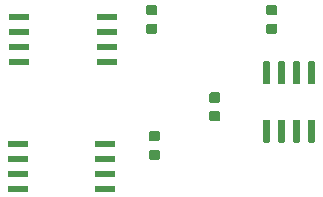
<source format=gbr>
G04 #@! TF.GenerationSoftware,KiCad,Pcbnew,(5.1.2)-2*
G04 #@! TF.CreationDate,2020-08-07T23:42:31+09:00*
G04 #@! TF.ProjectId,IRRemo,49525265-6d6f-42e6-9b69-6361645f7063,rev?*
G04 #@! TF.SameCoordinates,Original*
G04 #@! TF.FileFunction,Paste,Top*
G04 #@! TF.FilePolarity,Positive*
%FSLAX46Y46*%
G04 Gerber Fmt 4.6, Leading zero omitted, Abs format (unit mm)*
G04 Created by KiCad (PCBNEW (5.1.2)-2) date 2020-08-07 23:42:31*
%MOMM*%
%LPD*%
G04 APERTURE LIST*
%ADD10C,0.100000*%
%ADD11C,0.875000*%
%ADD12C,0.600000*%
%ADD13R,1.750000X0.550000*%
G04 APERTURE END LIST*
D10*
G36*
X131595691Y-113407053D02*
G01*
X131616926Y-113410203D01*
X131637750Y-113415419D01*
X131657962Y-113422651D01*
X131677368Y-113431830D01*
X131695781Y-113442866D01*
X131713024Y-113455654D01*
X131728930Y-113470070D01*
X131743346Y-113485976D01*
X131756134Y-113503219D01*
X131767170Y-113521632D01*
X131776349Y-113541038D01*
X131783581Y-113561250D01*
X131788797Y-113582074D01*
X131791947Y-113603309D01*
X131793000Y-113624750D01*
X131793000Y-114062250D01*
X131791947Y-114083691D01*
X131788797Y-114104926D01*
X131783581Y-114125750D01*
X131776349Y-114145962D01*
X131767170Y-114165368D01*
X131756134Y-114183781D01*
X131743346Y-114201024D01*
X131728930Y-114216930D01*
X131713024Y-114231346D01*
X131695781Y-114244134D01*
X131677368Y-114255170D01*
X131657962Y-114264349D01*
X131637750Y-114271581D01*
X131616926Y-114276797D01*
X131595691Y-114279947D01*
X131574250Y-114281000D01*
X131061750Y-114281000D01*
X131040309Y-114279947D01*
X131019074Y-114276797D01*
X130998250Y-114271581D01*
X130978038Y-114264349D01*
X130958632Y-114255170D01*
X130940219Y-114244134D01*
X130922976Y-114231346D01*
X130907070Y-114216930D01*
X130892654Y-114201024D01*
X130879866Y-114183781D01*
X130868830Y-114165368D01*
X130859651Y-114145962D01*
X130852419Y-114125750D01*
X130847203Y-114104926D01*
X130844053Y-114083691D01*
X130843000Y-114062250D01*
X130843000Y-113624750D01*
X130844053Y-113603309D01*
X130847203Y-113582074D01*
X130852419Y-113561250D01*
X130859651Y-113541038D01*
X130868830Y-113521632D01*
X130879866Y-113503219D01*
X130892654Y-113485976D01*
X130907070Y-113470070D01*
X130922976Y-113455654D01*
X130940219Y-113442866D01*
X130958632Y-113431830D01*
X130978038Y-113422651D01*
X130998250Y-113415419D01*
X131019074Y-113410203D01*
X131040309Y-113407053D01*
X131061750Y-113406000D01*
X131574250Y-113406000D01*
X131595691Y-113407053D01*
X131595691Y-113407053D01*
G37*
D11*
X131318000Y-113843500D03*
D10*
G36*
X131595691Y-111832053D02*
G01*
X131616926Y-111835203D01*
X131637750Y-111840419D01*
X131657962Y-111847651D01*
X131677368Y-111856830D01*
X131695781Y-111867866D01*
X131713024Y-111880654D01*
X131728930Y-111895070D01*
X131743346Y-111910976D01*
X131756134Y-111928219D01*
X131767170Y-111946632D01*
X131776349Y-111966038D01*
X131783581Y-111986250D01*
X131788797Y-112007074D01*
X131791947Y-112028309D01*
X131793000Y-112049750D01*
X131793000Y-112487250D01*
X131791947Y-112508691D01*
X131788797Y-112529926D01*
X131783581Y-112550750D01*
X131776349Y-112570962D01*
X131767170Y-112590368D01*
X131756134Y-112608781D01*
X131743346Y-112626024D01*
X131728930Y-112641930D01*
X131713024Y-112656346D01*
X131695781Y-112669134D01*
X131677368Y-112680170D01*
X131657962Y-112689349D01*
X131637750Y-112696581D01*
X131616926Y-112701797D01*
X131595691Y-112704947D01*
X131574250Y-112706000D01*
X131061750Y-112706000D01*
X131040309Y-112704947D01*
X131019074Y-112701797D01*
X130998250Y-112696581D01*
X130978038Y-112689349D01*
X130958632Y-112680170D01*
X130940219Y-112669134D01*
X130922976Y-112656346D01*
X130907070Y-112641930D01*
X130892654Y-112626024D01*
X130879866Y-112608781D01*
X130868830Y-112590368D01*
X130859651Y-112570962D01*
X130852419Y-112550750D01*
X130847203Y-112529926D01*
X130844053Y-112508691D01*
X130843000Y-112487250D01*
X130843000Y-112049750D01*
X130844053Y-112028309D01*
X130847203Y-112007074D01*
X130852419Y-111986250D01*
X130859651Y-111966038D01*
X130868830Y-111946632D01*
X130879866Y-111928219D01*
X130892654Y-111910976D01*
X130907070Y-111895070D01*
X130922976Y-111880654D01*
X130940219Y-111867866D01*
X130958632Y-111856830D01*
X130978038Y-111847651D01*
X130998250Y-111840419D01*
X131019074Y-111835203D01*
X131040309Y-111832053D01*
X131061750Y-111831000D01*
X131574250Y-111831000D01*
X131595691Y-111832053D01*
X131595691Y-111832053D01*
G37*
D11*
X131318000Y-112268500D03*
D10*
G36*
X126261691Y-104440053D02*
G01*
X126282926Y-104443203D01*
X126303750Y-104448419D01*
X126323962Y-104455651D01*
X126343368Y-104464830D01*
X126361781Y-104475866D01*
X126379024Y-104488654D01*
X126394930Y-104503070D01*
X126409346Y-104518976D01*
X126422134Y-104536219D01*
X126433170Y-104554632D01*
X126442349Y-104574038D01*
X126449581Y-104594250D01*
X126454797Y-104615074D01*
X126457947Y-104636309D01*
X126459000Y-104657750D01*
X126459000Y-105095250D01*
X126457947Y-105116691D01*
X126454797Y-105137926D01*
X126449581Y-105158750D01*
X126442349Y-105178962D01*
X126433170Y-105198368D01*
X126422134Y-105216781D01*
X126409346Y-105234024D01*
X126394930Y-105249930D01*
X126379024Y-105264346D01*
X126361781Y-105277134D01*
X126343368Y-105288170D01*
X126323962Y-105297349D01*
X126303750Y-105304581D01*
X126282926Y-105309797D01*
X126261691Y-105312947D01*
X126240250Y-105314000D01*
X125727750Y-105314000D01*
X125706309Y-105312947D01*
X125685074Y-105309797D01*
X125664250Y-105304581D01*
X125644038Y-105297349D01*
X125624632Y-105288170D01*
X125606219Y-105277134D01*
X125588976Y-105264346D01*
X125573070Y-105249930D01*
X125558654Y-105234024D01*
X125545866Y-105216781D01*
X125534830Y-105198368D01*
X125525651Y-105178962D01*
X125518419Y-105158750D01*
X125513203Y-105137926D01*
X125510053Y-105116691D01*
X125509000Y-105095250D01*
X125509000Y-104657750D01*
X125510053Y-104636309D01*
X125513203Y-104615074D01*
X125518419Y-104594250D01*
X125525651Y-104574038D01*
X125534830Y-104554632D01*
X125545866Y-104536219D01*
X125558654Y-104518976D01*
X125573070Y-104503070D01*
X125588976Y-104488654D01*
X125606219Y-104475866D01*
X125624632Y-104464830D01*
X125644038Y-104455651D01*
X125664250Y-104448419D01*
X125685074Y-104443203D01*
X125706309Y-104440053D01*
X125727750Y-104439000D01*
X126240250Y-104439000D01*
X126261691Y-104440053D01*
X126261691Y-104440053D01*
G37*
D11*
X125984000Y-104876500D03*
D10*
G36*
X126261691Y-106015053D02*
G01*
X126282926Y-106018203D01*
X126303750Y-106023419D01*
X126323962Y-106030651D01*
X126343368Y-106039830D01*
X126361781Y-106050866D01*
X126379024Y-106063654D01*
X126394930Y-106078070D01*
X126409346Y-106093976D01*
X126422134Y-106111219D01*
X126433170Y-106129632D01*
X126442349Y-106149038D01*
X126449581Y-106169250D01*
X126454797Y-106190074D01*
X126457947Y-106211309D01*
X126459000Y-106232750D01*
X126459000Y-106670250D01*
X126457947Y-106691691D01*
X126454797Y-106712926D01*
X126449581Y-106733750D01*
X126442349Y-106753962D01*
X126433170Y-106773368D01*
X126422134Y-106791781D01*
X126409346Y-106809024D01*
X126394930Y-106824930D01*
X126379024Y-106839346D01*
X126361781Y-106852134D01*
X126343368Y-106863170D01*
X126323962Y-106872349D01*
X126303750Y-106879581D01*
X126282926Y-106884797D01*
X126261691Y-106887947D01*
X126240250Y-106889000D01*
X125727750Y-106889000D01*
X125706309Y-106887947D01*
X125685074Y-106884797D01*
X125664250Y-106879581D01*
X125644038Y-106872349D01*
X125624632Y-106863170D01*
X125606219Y-106852134D01*
X125588976Y-106839346D01*
X125573070Y-106824930D01*
X125558654Y-106809024D01*
X125545866Y-106791781D01*
X125534830Y-106773368D01*
X125525651Y-106753962D01*
X125518419Y-106733750D01*
X125513203Y-106712926D01*
X125510053Y-106691691D01*
X125509000Y-106670250D01*
X125509000Y-106232750D01*
X125510053Y-106211309D01*
X125513203Y-106190074D01*
X125518419Y-106169250D01*
X125525651Y-106149038D01*
X125534830Y-106129632D01*
X125545866Y-106111219D01*
X125558654Y-106093976D01*
X125573070Y-106078070D01*
X125588976Y-106063654D01*
X125606219Y-106050866D01*
X125624632Y-106039830D01*
X125644038Y-106030651D01*
X125664250Y-106023419D01*
X125685074Y-106018203D01*
X125706309Y-106015053D01*
X125727750Y-106014000D01*
X126240250Y-106014000D01*
X126261691Y-106015053D01*
X126261691Y-106015053D01*
G37*
D11*
X125984000Y-106451500D03*
D10*
G36*
X126489691Y-115108053D02*
G01*
X126510926Y-115111203D01*
X126531750Y-115116419D01*
X126551962Y-115123651D01*
X126571368Y-115132830D01*
X126589781Y-115143866D01*
X126607024Y-115156654D01*
X126622930Y-115171070D01*
X126637346Y-115186976D01*
X126650134Y-115204219D01*
X126661170Y-115222632D01*
X126670349Y-115242038D01*
X126677581Y-115262250D01*
X126682797Y-115283074D01*
X126685947Y-115304309D01*
X126687000Y-115325750D01*
X126687000Y-115763250D01*
X126685947Y-115784691D01*
X126682797Y-115805926D01*
X126677581Y-115826750D01*
X126670349Y-115846962D01*
X126661170Y-115866368D01*
X126650134Y-115884781D01*
X126637346Y-115902024D01*
X126622930Y-115917930D01*
X126607024Y-115932346D01*
X126589781Y-115945134D01*
X126571368Y-115956170D01*
X126551962Y-115965349D01*
X126531750Y-115972581D01*
X126510926Y-115977797D01*
X126489691Y-115980947D01*
X126468250Y-115982000D01*
X125955750Y-115982000D01*
X125934309Y-115980947D01*
X125913074Y-115977797D01*
X125892250Y-115972581D01*
X125872038Y-115965349D01*
X125852632Y-115956170D01*
X125834219Y-115945134D01*
X125816976Y-115932346D01*
X125801070Y-115917930D01*
X125786654Y-115902024D01*
X125773866Y-115884781D01*
X125762830Y-115866368D01*
X125753651Y-115846962D01*
X125746419Y-115826750D01*
X125741203Y-115805926D01*
X125738053Y-115784691D01*
X125737000Y-115763250D01*
X125737000Y-115325750D01*
X125738053Y-115304309D01*
X125741203Y-115283074D01*
X125746419Y-115262250D01*
X125753651Y-115242038D01*
X125762830Y-115222632D01*
X125773866Y-115204219D01*
X125786654Y-115186976D01*
X125801070Y-115171070D01*
X125816976Y-115156654D01*
X125834219Y-115143866D01*
X125852632Y-115132830D01*
X125872038Y-115123651D01*
X125892250Y-115116419D01*
X125913074Y-115111203D01*
X125934309Y-115108053D01*
X125955750Y-115107000D01*
X126468250Y-115107000D01*
X126489691Y-115108053D01*
X126489691Y-115108053D01*
G37*
D11*
X126212000Y-115544500D03*
D10*
G36*
X126489691Y-116683053D02*
G01*
X126510926Y-116686203D01*
X126531750Y-116691419D01*
X126551962Y-116698651D01*
X126571368Y-116707830D01*
X126589781Y-116718866D01*
X126607024Y-116731654D01*
X126622930Y-116746070D01*
X126637346Y-116761976D01*
X126650134Y-116779219D01*
X126661170Y-116797632D01*
X126670349Y-116817038D01*
X126677581Y-116837250D01*
X126682797Y-116858074D01*
X126685947Y-116879309D01*
X126687000Y-116900750D01*
X126687000Y-117338250D01*
X126685947Y-117359691D01*
X126682797Y-117380926D01*
X126677581Y-117401750D01*
X126670349Y-117421962D01*
X126661170Y-117441368D01*
X126650134Y-117459781D01*
X126637346Y-117477024D01*
X126622930Y-117492930D01*
X126607024Y-117507346D01*
X126589781Y-117520134D01*
X126571368Y-117531170D01*
X126551962Y-117540349D01*
X126531750Y-117547581D01*
X126510926Y-117552797D01*
X126489691Y-117555947D01*
X126468250Y-117557000D01*
X125955750Y-117557000D01*
X125934309Y-117555947D01*
X125913074Y-117552797D01*
X125892250Y-117547581D01*
X125872038Y-117540349D01*
X125852632Y-117531170D01*
X125834219Y-117520134D01*
X125816976Y-117507346D01*
X125801070Y-117492930D01*
X125786654Y-117477024D01*
X125773866Y-117459781D01*
X125762830Y-117441368D01*
X125753651Y-117421962D01*
X125746419Y-117401750D01*
X125741203Y-117380926D01*
X125738053Y-117359691D01*
X125737000Y-117338250D01*
X125737000Y-116900750D01*
X125738053Y-116879309D01*
X125741203Y-116858074D01*
X125746419Y-116837250D01*
X125753651Y-116817038D01*
X125762830Y-116797632D01*
X125773866Y-116779219D01*
X125786654Y-116761976D01*
X125801070Y-116746070D01*
X125816976Y-116731654D01*
X125834219Y-116718866D01*
X125852632Y-116707830D01*
X125872038Y-116698651D01*
X125892250Y-116691419D01*
X125913074Y-116686203D01*
X125934309Y-116683053D01*
X125955750Y-116682000D01*
X126468250Y-116682000D01*
X126489691Y-116683053D01*
X126489691Y-116683053D01*
G37*
D11*
X126212000Y-117119500D03*
D10*
G36*
X139672703Y-114149722D02*
G01*
X139687264Y-114151882D01*
X139701543Y-114155459D01*
X139715403Y-114160418D01*
X139728710Y-114166712D01*
X139741336Y-114174280D01*
X139753159Y-114183048D01*
X139764066Y-114192934D01*
X139773952Y-114203841D01*
X139782720Y-114215664D01*
X139790288Y-114228290D01*
X139796582Y-114241597D01*
X139801541Y-114255457D01*
X139805118Y-114269736D01*
X139807278Y-114284297D01*
X139808000Y-114299000D01*
X139808000Y-115949000D01*
X139807278Y-115963703D01*
X139805118Y-115978264D01*
X139801541Y-115992543D01*
X139796582Y-116006403D01*
X139790288Y-116019710D01*
X139782720Y-116032336D01*
X139773952Y-116044159D01*
X139764066Y-116055066D01*
X139753159Y-116064952D01*
X139741336Y-116073720D01*
X139728710Y-116081288D01*
X139715403Y-116087582D01*
X139701543Y-116092541D01*
X139687264Y-116096118D01*
X139672703Y-116098278D01*
X139658000Y-116099000D01*
X139358000Y-116099000D01*
X139343297Y-116098278D01*
X139328736Y-116096118D01*
X139314457Y-116092541D01*
X139300597Y-116087582D01*
X139287290Y-116081288D01*
X139274664Y-116073720D01*
X139262841Y-116064952D01*
X139251934Y-116055066D01*
X139242048Y-116044159D01*
X139233280Y-116032336D01*
X139225712Y-116019710D01*
X139219418Y-116006403D01*
X139214459Y-115992543D01*
X139210882Y-115978264D01*
X139208722Y-115963703D01*
X139208000Y-115949000D01*
X139208000Y-114299000D01*
X139208722Y-114284297D01*
X139210882Y-114269736D01*
X139214459Y-114255457D01*
X139219418Y-114241597D01*
X139225712Y-114228290D01*
X139233280Y-114215664D01*
X139242048Y-114203841D01*
X139251934Y-114192934D01*
X139262841Y-114183048D01*
X139274664Y-114174280D01*
X139287290Y-114166712D01*
X139300597Y-114160418D01*
X139314457Y-114155459D01*
X139328736Y-114151882D01*
X139343297Y-114149722D01*
X139358000Y-114149000D01*
X139658000Y-114149000D01*
X139672703Y-114149722D01*
X139672703Y-114149722D01*
G37*
D12*
X139508000Y-115124000D03*
D10*
G36*
X138402703Y-114149722D02*
G01*
X138417264Y-114151882D01*
X138431543Y-114155459D01*
X138445403Y-114160418D01*
X138458710Y-114166712D01*
X138471336Y-114174280D01*
X138483159Y-114183048D01*
X138494066Y-114192934D01*
X138503952Y-114203841D01*
X138512720Y-114215664D01*
X138520288Y-114228290D01*
X138526582Y-114241597D01*
X138531541Y-114255457D01*
X138535118Y-114269736D01*
X138537278Y-114284297D01*
X138538000Y-114299000D01*
X138538000Y-115949000D01*
X138537278Y-115963703D01*
X138535118Y-115978264D01*
X138531541Y-115992543D01*
X138526582Y-116006403D01*
X138520288Y-116019710D01*
X138512720Y-116032336D01*
X138503952Y-116044159D01*
X138494066Y-116055066D01*
X138483159Y-116064952D01*
X138471336Y-116073720D01*
X138458710Y-116081288D01*
X138445403Y-116087582D01*
X138431543Y-116092541D01*
X138417264Y-116096118D01*
X138402703Y-116098278D01*
X138388000Y-116099000D01*
X138088000Y-116099000D01*
X138073297Y-116098278D01*
X138058736Y-116096118D01*
X138044457Y-116092541D01*
X138030597Y-116087582D01*
X138017290Y-116081288D01*
X138004664Y-116073720D01*
X137992841Y-116064952D01*
X137981934Y-116055066D01*
X137972048Y-116044159D01*
X137963280Y-116032336D01*
X137955712Y-116019710D01*
X137949418Y-116006403D01*
X137944459Y-115992543D01*
X137940882Y-115978264D01*
X137938722Y-115963703D01*
X137938000Y-115949000D01*
X137938000Y-114299000D01*
X137938722Y-114284297D01*
X137940882Y-114269736D01*
X137944459Y-114255457D01*
X137949418Y-114241597D01*
X137955712Y-114228290D01*
X137963280Y-114215664D01*
X137972048Y-114203841D01*
X137981934Y-114192934D01*
X137992841Y-114183048D01*
X138004664Y-114174280D01*
X138017290Y-114166712D01*
X138030597Y-114160418D01*
X138044457Y-114155459D01*
X138058736Y-114151882D01*
X138073297Y-114149722D01*
X138088000Y-114149000D01*
X138388000Y-114149000D01*
X138402703Y-114149722D01*
X138402703Y-114149722D01*
G37*
D12*
X138238000Y-115124000D03*
D10*
G36*
X137132703Y-114149722D02*
G01*
X137147264Y-114151882D01*
X137161543Y-114155459D01*
X137175403Y-114160418D01*
X137188710Y-114166712D01*
X137201336Y-114174280D01*
X137213159Y-114183048D01*
X137224066Y-114192934D01*
X137233952Y-114203841D01*
X137242720Y-114215664D01*
X137250288Y-114228290D01*
X137256582Y-114241597D01*
X137261541Y-114255457D01*
X137265118Y-114269736D01*
X137267278Y-114284297D01*
X137268000Y-114299000D01*
X137268000Y-115949000D01*
X137267278Y-115963703D01*
X137265118Y-115978264D01*
X137261541Y-115992543D01*
X137256582Y-116006403D01*
X137250288Y-116019710D01*
X137242720Y-116032336D01*
X137233952Y-116044159D01*
X137224066Y-116055066D01*
X137213159Y-116064952D01*
X137201336Y-116073720D01*
X137188710Y-116081288D01*
X137175403Y-116087582D01*
X137161543Y-116092541D01*
X137147264Y-116096118D01*
X137132703Y-116098278D01*
X137118000Y-116099000D01*
X136818000Y-116099000D01*
X136803297Y-116098278D01*
X136788736Y-116096118D01*
X136774457Y-116092541D01*
X136760597Y-116087582D01*
X136747290Y-116081288D01*
X136734664Y-116073720D01*
X136722841Y-116064952D01*
X136711934Y-116055066D01*
X136702048Y-116044159D01*
X136693280Y-116032336D01*
X136685712Y-116019710D01*
X136679418Y-116006403D01*
X136674459Y-115992543D01*
X136670882Y-115978264D01*
X136668722Y-115963703D01*
X136668000Y-115949000D01*
X136668000Y-114299000D01*
X136668722Y-114284297D01*
X136670882Y-114269736D01*
X136674459Y-114255457D01*
X136679418Y-114241597D01*
X136685712Y-114228290D01*
X136693280Y-114215664D01*
X136702048Y-114203841D01*
X136711934Y-114192934D01*
X136722841Y-114183048D01*
X136734664Y-114174280D01*
X136747290Y-114166712D01*
X136760597Y-114160418D01*
X136774457Y-114155459D01*
X136788736Y-114151882D01*
X136803297Y-114149722D01*
X136818000Y-114149000D01*
X137118000Y-114149000D01*
X137132703Y-114149722D01*
X137132703Y-114149722D01*
G37*
D12*
X136968000Y-115124000D03*
D10*
G36*
X135862703Y-114149722D02*
G01*
X135877264Y-114151882D01*
X135891543Y-114155459D01*
X135905403Y-114160418D01*
X135918710Y-114166712D01*
X135931336Y-114174280D01*
X135943159Y-114183048D01*
X135954066Y-114192934D01*
X135963952Y-114203841D01*
X135972720Y-114215664D01*
X135980288Y-114228290D01*
X135986582Y-114241597D01*
X135991541Y-114255457D01*
X135995118Y-114269736D01*
X135997278Y-114284297D01*
X135998000Y-114299000D01*
X135998000Y-115949000D01*
X135997278Y-115963703D01*
X135995118Y-115978264D01*
X135991541Y-115992543D01*
X135986582Y-116006403D01*
X135980288Y-116019710D01*
X135972720Y-116032336D01*
X135963952Y-116044159D01*
X135954066Y-116055066D01*
X135943159Y-116064952D01*
X135931336Y-116073720D01*
X135918710Y-116081288D01*
X135905403Y-116087582D01*
X135891543Y-116092541D01*
X135877264Y-116096118D01*
X135862703Y-116098278D01*
X135848000Y-116099000D01*
X135548000Y-116099000D01*
X135533297Y-116098278D01*
X135518736Y-116096118D01*
X135504457Y-116092541D01*
X135490597Y-116087582D01*
X135477290Y-116081288D01*
X135464664Y-116073720D01*
X135452841Y-116064952D01*
X135441934Y-116055066D01*
X135432048Y-116044159D01*
X135423280Y-116032336D01*
X135415712Y-116019710D01*
X135409418Y-116006403D01*
X135404459Y-115992543D01*
X135400882Y-115978264D01*
X135398722Y-115963703D01*
X135398000Y-115949000D01*
X135398000Y-114299000D01*
X135398722Y-114284297D01*
X135400882Y-114269736D01*
X135404459Y-114255457D01*
X135409418Y-114241597D01*
X135415712Y-114228290D01*
X135423280Y-114215664D01*
X135432048Y-114203841D01*
X135441934Y-114192934D01*
X135452841Y-114183048D01*
X135464664Y-114174280D01*
X135477290Y-114166712D01*
X135490597Y-114160418D01*
X135504457Y-114155459D01*
X135518736Y-114151882D01*
X135533297Y-114149722D01*
X135548000Y-114149000D01*
X135848000Y-114149000D01*
X135862703Y-114149722D01*
X135862703Y-114149722D01*
G37*
D12*
X135698000Y-115124000D03*
D10*
G36*
X135862703Y-109199722D02*
G01*
X135877264Y-109201882D01*
X135891543Y-109205459D01*
X135905403Y-109210418D01*
X135918710Y-109216712D01*
X135931336Y-109224280D01*
X135943159Y-109233048D01*
X135954066Y-109242934D01*
X135963952Y-109253841D01*
X135972720Y-109265664D01*
X135980288Y-109278290D01*
X135986582Y-109291597D01*
X135991541Y-109305457D01*
X135995118Y-109319736D01*
X135997278Y-109334297D01*
X135998000Y-109349000D01*
X135998000Y-110999000D01*
X135997278Y-111013703D01*
X135995118Y-111028264D01*
X135991541Y-111042543D01*
X135986582Y-111056403D01*
X135980288Y-111069710D01*
X135972720Y-111082336D01*
X135963952Y-111094159D01*
X135954066Y-111105066D01*
X135943159Y-111114952D01*
X135931336Y-111123720D01*
X135918710Y-111131288D01*
X135905403Y-111137582D01*
X135891543Y-111142541D01*
X135877264Y-111146118D01*
X135862703Y-111148278D01*
X135848000Y-111149000D01*
X135548000Y-111149000D01*
X135533297Y-111148278D01*
X135518736Y-111146118D01*
X135504457Y-111142541D01*
X135490597Y-111137582D01*
X135477290Y-111131288D01*
X135464664Y-111123720D01*
X135452841Y-111114952D01*
X135441934Y-111105066D01*
X135432048Y-111094159D01*
X135423280Y-111082336D01*
X135415712Y-111069710D01*
X135409418Y-111056403D01*
X135404459Y-111042543D01*
X135400882Y-111028264D01*
X135398722Y-111013703D01*
X135398000Y-110999000D01*
X135398000Y-109349000D01*
X135398722Y-109334297D01*
X135400882Y-109319736D01*
X135404459Y-109305457D01*
X135409418Y-109291597D01*
X135415712Y-109278290D01*
X135423280Y-109265664D01*
X135432048Y-109253841D01*
X135441934Y-109242934D01*
X135452841Y-109233048D01*
X135464664Y-109224280D01*
X135477290Y-109216712D01*
X135490597Y-109210418D01*
X135504457Y-109205459D01*
X135518736Y-109201882D01*
X135533297Y-109199722D01*
X135548000Y-109199000D01*
X135848000Y-109199000D01*
X135862703Y-109199722D01*
X135862703Y-109199722D01*
G37*
D12*
X135698000Y-110174000D03*
D10*
G36*
X137132703Y-109199722D02*
G01*
X137147264Y-109201882D01*
X137161543Y-109205459D01*
X137175403Y-109210418D01*
X137188710Y-109216712D01*
X137201336Y-109224280D01*
X137213159Y-109233048D01*
X137224066Y-109242934D01*
X137233952Y-109253841D01*
X137242720Y-109265664D01*
X137250288Y-109278290D01*
X137256582Y-109291597D01*
X137261541Y-109305457D01*
X137265118Y-109319736D01*
X137267278Y-109334297D01*
X137268000Y-109349000D01*
X137268000Y-110999000D01*
X137267278Y-111013703D01*
X137265118Y-111028264D01*
X137261541Y-111042543D01*
X137256582Y-111056403D01*
X137250288Y-111069710D01*
X137242720Y-111082336D01*
X137233952Y-111094159D01*
X137224066Y-111105066D01*
X137213159Y-111114952D01*
X137201336Y-111123720D01*
X137188710Y-111131288D01*
X137175403Y-111137582D01*
X137161543Y-111142541D01*
X137147264Y-111146118D01*
X137132703Y-111148278D01*
X137118000Y-111149000D01*
X136818000Y-111149000D01*
X136803297Y-111148278D01*
X136788736Y-111146118D01*
X136774457Y-111142541D01*
X136760597Y-111137582D01*
X136747290Y-111131288D01*
X136734664Y-111123720D01*
X136722841Y-111114952D01*
X136711934Y-111105066D01*
X136702048Y-111094159D01*
X136693280Y-111082336D01*
X136685712Y-111069710D01*
X136679418Y-111056403D01*
X136674459Y-111042543D01*
X136670882Y-111028264D01*
X136668722Y-111013703D01*
X136668000Y-110999000D01*
X136668000Y-109349000D01*
X136668722Y-109334297D01*
X136670882Y-109319736D01*
X136674459Y-109305457D01*
X136679418Y-109291597D01*
X136685712Y-109278290D01*
X136693280Y-109265664D01*
X136702048Y-109253841D01*
X136711934Y-109242934D01*
X136722841Y-109233048D01*
X136734664Y-109224280D01*
X136747290Y-109216712D01*
X136760597Y-109210418D01*
X136774457Y-109205459D01*
X136788736Y-109201882D01*
X136803297Y-109199722D01*
X136818000Y-109199000D01*
X137118000Y-109199000D01*
X137132703Y-109199722D01*
X137132703Y-109199722D01*
G37*
D12*
X136968000Y-110174000D03*
D10*
G36*
X138402703Y-109199722D02*
G01*
X138417264Y-109201882D01*
X138431543Y-109205459D01*
X138445403Y-109210418D01*
X138458710Y-109216712D01*
X138471336Y-109224280D01*
X138483159Y-109233048D01*
X138494066Y-109242934D01*
X138503952Y-109253841D01*
X138512720Y-109265664D01*
X138520288Y-109278290D01*
X138526582Y-109291597D01*
X138531541Y-109305457D01*
X138535118Y-109319736D01*
X138537278Y-109334297D01*
X138538000Y-109349000D01*
X138538000Y-110999000D01*
X138537278Y-111013703D01*
X138535118Y-111028264D01*
X138531541Y-111042543D01*
X138526582Y-111056403D01*
X138520288Y-111069710D01*
X138512720Y-111082336D01*
X138503952Y-111094159D01*
X138494066Y-111105066D01*
X138483159Y-111114952D01*
X138471336Y-111123720D01*
X138458710Y-111131288D01*
X138445403Y-111137582D01*
X138431543Y-111142541D01*
X138417264Y-111146118D01*
X138402703Y-111148278D01*
X138388000Y-111149000D01*
X138088000Y-111149000D01*
X138073297Y-111148278D01*
X138058736Y-111146118D01*
X138044457Y-111142541D01*
X138030597Y-111137582D01*
X138017290Y-111131288D01*
X138004664Y-111123720D01*
X137992841Y-111114952D01*
X137981934Y-111105066D01*
X137972048Y-111094159D01*
X137963280Y-111082336D01*
X137955712Y-111069710D01*
X137949418Y-111056403D01*
X137944459Y-111042543D01*
X137940882Y-111028264D01*
X137938722Y-111013703D01*
X137938000Y-110999000D01*
X137938000Y-109349000D01*
X137938722Y-109334297D01*
X137940882Y-109319736D01*
X137944459Y-109305457D01*
X137949418Y-109291597D01*
X137955712Y-109278290D01*
X137963280Y-109265664D01*
X137972048Y-109253841D01*
X137981934Y-109242934D01*
X137992841Y-109233048D01*
X138004664Y-109224280D01*
X138017290Y-109216712D01*
X138030597Y-109210418D01*
X138044457Y-109205459D01*
X138058736Y-109201882D01*
X138073297Y-109199722D01*
X138088000Y-109199000D01*
X138388000Y-109199000D01*
X138402703Y-109199722D01*
X138402703Y-109199722D01*
G37*
D12*
X138238000Y-110174000D03*
D10*
G36*
X139672703Y-109199722D02*
G01*
X139687264Y-109201882D01*
X139701543Y-109205459D01*
X139715403Y-109210418D01*
X139728710Y-109216712D01*
X139741336Y-109224280D01*
X139753159Y-109233048D01*
X139764066Y-109242934D01*
X139773952Y-109253841D01*
X139782720Y-109265664D01*
X139790288Y-109278290D01*
X139796582Y-109291597D01*
X139801541Y-109305457D01*
X139805118Y-109319736D01*
X139807278Y-109334297D01*
X139808000Y-109349000D01*
X139808000Y-110999000D01*
X139807278Y-111013703D01*
X139805118Y-111028264D01*
X139801541Y-111042543D01*
X139796582Y-111056403D01*
X139790288Y-111069710D01*
X139782720Y-111082336D01*
X139773952Y-111094159D01*
X139764066Y-111105066D01*
X139753159Y-111114952D01*
X139741336Y-111123720D01*
X139728710Y-111131288D01*
X139715403Y-111137582D01*
X139701543Y-111142541D01*
X139687264Y-111146118D01*
X139672703Y-111148278D01*
X139658000Y-111149000D01*
X139358000Y-111149000D01*
X139343297Y-111148278D01*
X139328736Y-111146118D01*
X139314457Y-111142541D01*
X139300597Y-111137582D01*
X139287290Y-111131288D01*
X139274664Y-111123720D01*
X139262841Y-111114952D01*
X139251934Y-111105066D01*
X139242048Y-111094159D01*
X139233280Y-111082336D01*
X139225712Y-111069710D01*
X139219418Y-111056403D01*
X139214459Y-111042543D01*
X139210882Y-111028264D01*
X139208722Y-111013703D01*
X139208000Y-110999000D01*
X139208000Y-109349000D01*
X139208722Y-109334297D01*
X139210882Y-109319736D01*
X139214459Y-109305457D01*
X139219418Y-109291597D01*
X139225712Y-109278290D01*
X139233280Y-109265664D01*
X139242048Y-109253841D01*
X139251934Y-109242934D01*
X139262841Y-109233048D01*
X139274664Y-109224280D01*
X139287290Y-109216712D01*
X139300597Y-109210418D01*
X139314457Y-109205459D01*
X139328736Y-109201882D01*
X139343297Y-109199722D01*
X139358000Y-109199000D01*
X139658000Y-109199000D01*
X139672703Y-109199722D01*
X139672703Y-109199722D01*
G37*
D12*
X139508000Y-110174000D03*
D13*
X122174000Y-105410000D03*
X122174000Y-106680000D03*
X122174000Y-107950000D03*
X122174000Y-109220000D03*
X114774000Y-109220000D03*
X114774000Y-107950000D03*
X114774000Y-106680000D03*
X114774000Y-105410000D03*
X122064000Y-116205000D03*
X122064000Y-117475000D03*
X122064000Y-118745000D03*
X122064000Y-120015000D03*
X114664000Y-120015000D03*
X114664000Y-118745000D03*
X114664000Y-117475000D03*
X114664000Y-116205000D03*
D10*
G36*
X136421691Y-104440053D02*
G01*
X136442926Y-104443203D01*
X136463750Y-104448419D01*
X136483962Y-104455651D01*
X136503368Y-104464830D01*
X136521781Y-104475866D01*
X136539024Y-104488654D01*
X136554930Y-104503070D01*
X136569346Y-104518976D01*
X136582134Y-104536219D01*
X136593170Y-104554632D01*
X136602349Y-104574038D01*
X136609581Y-104594250D01*
X136614797Y-104615074D01*
X136617947Y-104636309D01*
X136619000Y-104657750D01*
X136619000Y-105095250D01*
X136617947Y-105116691D01*
X136614797Y-105137926D01*
X136609581Y-105158750D01*
X136602349Y-105178962D01*
X136593170Y-105198368D01*
X136582134Y-105216781D01*
X136569346Y-105234024D01*
X136554930Y-105249930D01*
X136539024Y-105264346D01*
X136521781Y-105277134D01*
X136503368Y-105288170D01*
X136483962Y-105297349D01*
X136463750Y-105304581D01*
X136442926Y-105309797D01*
X136421691Y-105312947D01*
X136400250Y-105314000D01*
X135887750Y-105314000D01*
X135866309Y-105312947D01*
X135845074Y-105309797D01*
X135824250Y-105304581D01*
X135804038Y-105297349D01*
X135784632Y-105288170D01*
X135766219Y-105277134D01*
X135748976Y-105264346D01*
X135733070Y-105249930D01*
X135718654Y-105234024D01*
X135705866Y-105216781D01*
X135694830Y-105198368D01*
X135685651Y-105178962D01*
X135678419Y-105158750D01*
X135673203Y-105137926D01*
X135670053Y-105116691D01*
X135669000Y-105095250D01*
X135669000Y-104657750D01*
X135670053Y-104636309D01*
X135673203Y-104615074D01*
X135678419Y-104594250D01*
X135685651Y-104574038D01*
X135694830Y-104554632D01*
X135705866Y-104536219D01*
X135718654Y-104518976D01*
X135733070Y-104503070D01*
X135748976Y-104488654D01*
X135766219Y-104475866D01*
X135784632Y-104464830D01*
X135804038Y-104455651D01*
X135824250Y-104448419D01*
X135845074Y-104443203D01*
X135866309Y-104440053D01*
X135887750Y-104439000D01*
X136400250Y-104439000D01*
X136421691Y-104440053D01*
X136421691Y-104440053D01*
G37*
D11*
X136144000Y-104876500D03*
D10*
G36*
X136421691Y-106015053D02*
G01*
X136442926Y-106018203D01*
X136463750Y-106023419D01*
X136483962Y-106030651D01*
X136503368Y-106039830D01*
X136521781Y-106050866D01*
X136539024Y-106063654D01*
X136554930Y-106078070D01*
X136569346Y-106093976D01*
X136582134Y-106111219D01*
X136593170Y-106129632D01*
X136602349Y-106149038D01*
X136609581Y-106169250D01*
X136614797Y-106190074D01*
X136617947Y-106211309D01*
X136619000Y-106232750D01*
X136619000Y-106670250D01*
X136617947Y-106691691D01*
X136614797Y-106712926D01*
X136609581Y-106733750D01*
X136602349Y-106753962D01*
X136593170Y-106773368D01*
X136582134Y-106791781D01*
X136569346Y-106809024D01*
X136554930Y-106824930D01*
X136539024Y-106839346D01*
X136521781Y-106852134D01*
X136503368Y-106863170D01*
X136483962Y-106872349D01*
X136463750Y-106879581D01*
X136442926Y-106884797D01*
X136421691Y-106887947D01*
X136400250Y-106889000D01*
X135887750Y-106889000D01*
X135866309Y-106887947D01*
X135845074Y-106884797D01*
X135824250Y-106879581D01*
X135804038Y-106872349D01*
X135784632Y-106863170D01*
X135766219Y-106852134D01*
X135748976Y-106839346D01*
X135733070Y-106824930D01*
X135718654Y-106809024D01*
X135705866Y-106791781D01*
X135694830Y-106773368D01*
X135685651Y-106753962D01*
X135678419Y-106733750D01*
X135673203Y-106712926D01*
X135670053Y-106691691D01*
X135669000Y-106670250D01*
X135669000Y-106232750D01*
X135670053Y-106211309D01*
X135673203Y-106190074D01*
X135678419Y-106169250D01*
X135685651Y-106149038D01*
X135694830Y-106129632D01*
X135705866Y-106111219D01*
X135718654Y-106093976D01*
X135733070Y-106078070D01*
X135748976Y-106063654D01*
X135766219Y-106050866D01*
X135784632Y-106039830D01*
X135804038Y-106030651D01*
X135824250Y-106023419D01*
X135845074Y-106018203D01*
X135866309Y-106015053D01*
X135887750Y-106014000D01*
X136400250Y-106014000D01*
X136421691Y-106015053D01*
X136421691Y-106015053D01*
G37*
D11*
X136144000Y-106451500D03*
M02*

</source>
